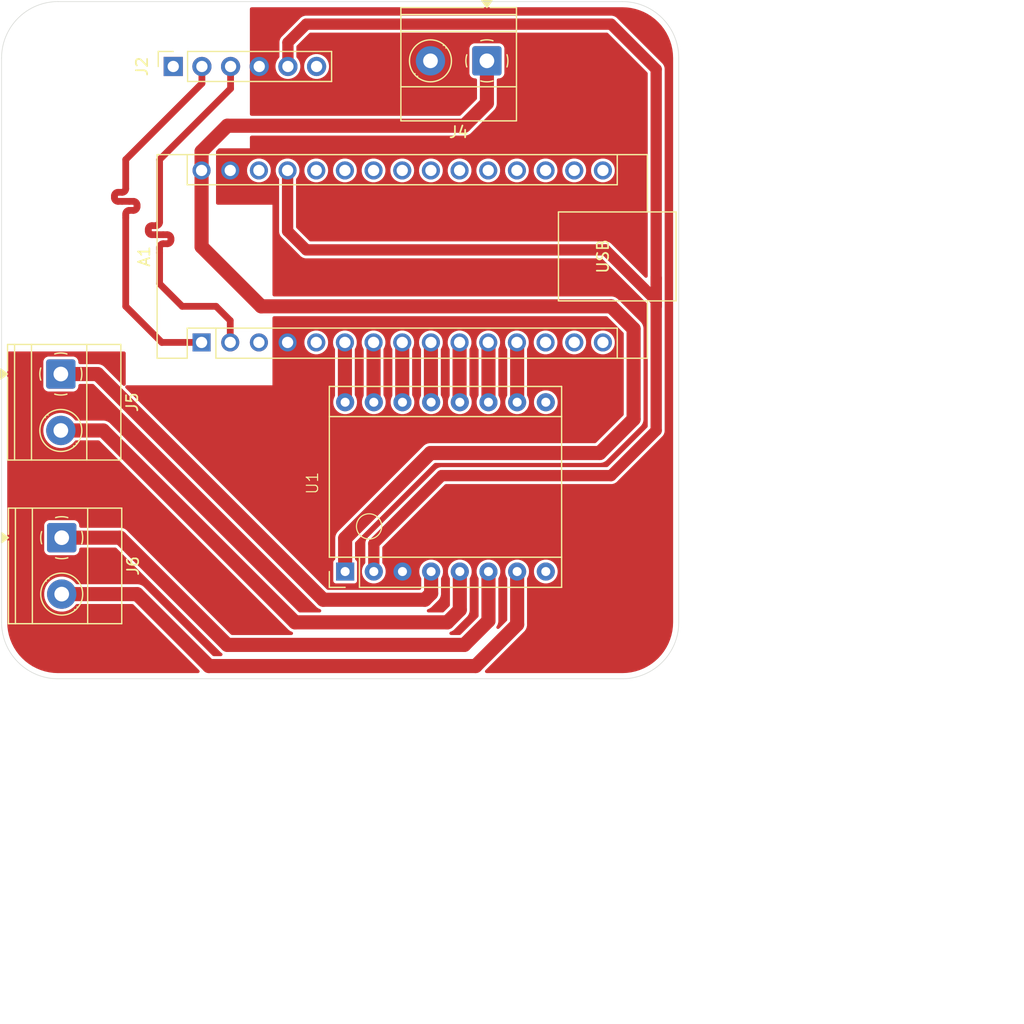
<source format=kicad_pcb>
(kicad_pcb (version 20241229) (generator "pcbnew") (generator_version "9.0")
  (layers (0 "F.Cu" signal) (2 "B.Cu" signal) (13 "F.Paste" user) (15 "B.Paste" user) (5 "F.SilkS" user "F.Silkscreen") (7 "B.SilkS" user "B.Silkscreen") (1 "F.Mask" user) (3 "B.Mask" user) (25 "Edge.Cuts" user))
  (net 0 "")
  (net 2 "/PWMA")
  (net 4 "/TXD")
  (net 5 "/AIN2")
  (net 11 "/RXD")
  (net 14 "VCC")
  (net 16 "/AIN1")
  (net 17 "+5V")
  (net 21 "/BIN2")
  (net 23 "/BIN1")
  (net 24 "GND")
  (net 27 "/PWMB")
  (net 29 "/STBY")
  (net 32 "/A01")
  (net 33 "/A02")
  (net 34 "/B01")
  (net 35 "/B02")
  (footprint "Footprints-soccer:TB6612_17.8x15" (layer "F.Cu") (at 189.06 93 90)
    (property "Reference" "U1" (at 0.335 -11.52 90) (layer "F.SilkS") (effects (font (thickness 0.1))))
    (property "Value" "TB6612")
    (fp_line (start 8.9 -10.02) (end -6.23 -10.02) (stroke (width 0.12)) (layer "F.SilkS"))
    (fp_line (start 6.23 -10.02) (end 6.23 10.56) (stroke (width 0.12)) (layer "F.SilkS"))
    (fp_line (start -6.23 -10.02) (end -6.23 -7.35) (stroke (width 0.12)) (layer "F.SilkS"))
    (fp_line (start -7.5 -10.02) (end -8.9 -10.02) (stroke (width 0.12)) (layer "F.SilkS"))
    (fp_line (start -8.9 -10.02) (end -8.9 -8.62) (stroke (width 0.12)) (layer "F.SilkS"))
    (fp_line (start -6.23 -7.35) (end -8.9 -7.35) (stroke (width 0.12)) (layer "F.SilkS"))
    (fp_line (start -6.23 -7.35) (end -6.23 10.56) (stroke (width 0.12)) (layer "F.SilkS"))
    (fp_line (start -8.9 -7.35) (end -8.9 10.56) (stroke (width 0.12)) (layer "F.SilkS"))
    (fp_line (start 8.9 10.56) (end 8.9 -10.02) (stroke (width 0.12)) (layer "F.SilkS"))
    (fp_line (start -8.9 10.56) (end 8.9 10.56) (stroke (width 0.12)) (layer "F.SilkS"))
    (fp_circle (center -3.5 -6.5) (end -3 -5.5) (stroke (width 0.1)) (fill no) (layer "F.SilkS"))
    (pad "1" thru_hole rect (at -7.5 -8.62 90) (size 1.6 1.6) (drill 0.8) (layers "*.Cu" "*.Mask") (net 14 "VCC"))
    (pad "2" thru_hole oval (at -7.5 -6.08 90) (size 1.6 1.6) (drill 0.8) (layers "*.Cu" "*.Mask") (net 17 "+5V"))
    (pad "3" thru_hole oval (at -7.5 -3.54 90) (size 1.6 1.6) (drill 0.8) (layers "*.Cu" "*.Mask") (net 24 "GND"))
    (pad "4" thru_hole oval (at -7.5 -1 90) (size 1.6 1.6) (drill 0.8) (layers "*.Cu" "*.Mask") (net 32 "/A01"))
    (pad "5" thru_hole oval (at -7.5 1.54 90) (size 1.6 1.6) (drill 0.8) (layers "*.Cu" "*.Mask") (net 33 "/A02"))
    (pad "6" thru_hole oval (at -7.5 4.08 90) (size 1.6 1.6) (drill 0.8) (layers "*.Cu" "*.Mask") (net 34 "/B01"))
    (pad "7" thru_hole oval (at -7.5 6.62 90) (size 1.6 1.6) (drill 0.8) (layers "*.Cu" "*.Mask") (net 35 "/B02"))
    (pad "8" thru_hole oval (at -7.5 9.16 90) (size 1.6 1.6) (drill 0.8) (layers "*.Cu" "*.Mask"))
    (pad "9" thru_hole oval (at 7.5 -8.62 90) (size 1.6 1.6) (drill 0.8) (layers "*.Cu" "*.Mask") (net 2 "/PWMA"))
    (pad "10" thru_hole oval (at 7.5 -6.08 90) (size 1.6 1.6) (drill 0.8) (layers "*.Cu" "*.Mask") (net 5 "/AIN2"))
    (pad "11" thru_hole oval (at 7.5 -3.54 90) (size 1.6 1.6) (drill 0.8) (layers "*.Cu" "*.Mask") (net 16 "/AIN1"))
    (pad "12" thru_hole oval (at 7.5 -1 90) (size 1.6 1.6) (drill 0.8) (layers "*.Cu" "*.Mask") (net 29 "/STBY"))
    (pad "13" thru_hole oval (at 7.5 1.54 90) (size 1.6 1.6) (drill 0.8) (layers "*.Cu" "*.Mask") (net 23 "/BIN1"))
    (pad "14" thru_hole oval (at 7.5 4.08 90) (size 1.6 1.6) (drill 0.8) (layers "*.Cu" "*.Mask") (net 21 "/BIN2"))
    (pad "15" thru_hole oval (at 7.5 6.62 90) (size 1.6 1.6) (drill 0.8) (layers "*.Cu" "*.Mask") (net 27 "/PWMB"))
    (pad "16" thru_hole oval (at 7.5 9.16 90) (size 1.6 1.6) (drill 0.8) (layers "*.Cu" "*.Mask"))
  )
  (footprint "Connector_PinSocket_2.54mm:PinSocket_1x06_P2.54mm_Vertical" (layer "F.Cu") (at 165.21 55.75 90)
    (property "Reference" "J2" (at 0 -2.77 90) (layer "F.SilkS"))
    (property "Value" "Conn_01x06" (hide yes))
    (fp_line (start 1.33 -1.33) (end 1.33 0) (stroke (width 0.12)) (layer "F.SilkS"))
    (fp_line (start 0 -1.33) (end 1.33 -1.33) (stroke (width 0.12)) (layer "F.SilkS"))
    (fp_line (start 1.33 1.27) (end 1.33 14.03) (stroke (width 0.12)) (layer "F.SilkS"))
    (fp_line (start -1.33 1.27) (end 1.33 1.27) (stroke (width 0.12)) (layer "F.SilkS"))
    (fp_line (start -1.33 1.27) (end -1.33 14.03) (stroke (width 0.12)) (layer "F.SilkS"))
    (fp_line (start -1.33 14.03) (end 1.33 14.03) (stroke (width 0.12)) (layer "F.SilkS"))
    (pad "1" thru_hole rect (at 0 0 90) (size 1.7 1.7) (drill 1) (layers "*.Cu" "*.Mask"))
    (pad "2" thru_hole oval (at 0 2.54 90) (size 1.7 1.7) (drill 1) (layers "*.Cu" "*.Mask") (net 11 "/RXD"))
    (pad "3" thru_hole oval (at 0 5.08 90) (size 1.7 1.7) (drill 1) (layers "*.Cu" "*.Mask") (net 4 "/TXD"))
    (pad "4" thru_hole oval (at 0 7.62 90) (size 1.7 1.7) (drill 1) (layers "*.Cu" "*.Mask") (net 24 "GND"))
    (pad "5" thru_hole oval (at 0 10.16 90) (size 1.7 1.7) (drill 1) (layers "*.Cu" "*.Mask") (net 17 "+5V"))
    (pad "6" thru_hole oval (at 0 12.7 90) (size 1.7 1.7) (drill 1) (layers "*.Cu" "*.Mask"))
  )
  (footprint "TerminalBlock_Phoenix:TerminalBlock_Phoenix_MKDS-1,5-2_1x02_P5.00mm_Horizontal" (layer "F.Cu") (at 155.25 83 -90)
    (property "Reference" "J5" (at 2.5 -6.32 90) (layer "F.SilkS"))
    (property "Value" "Conn_01x02" (hide yes))
    (fp_line (start -2.62 4.72) (end -0.3 4.72) (stroke (width 0.12)) (layer "F.SilkS"))
    (fp_line (start 0.3 4.72) (end 7.62 4.72) (stroke (width 0.12)) (layer "F.SilkS"))
    (fp_line (start -2.62 4.1) (end 7.62 4.1) (stroke (width 0.12)) (layer "F.SilkS"))
    (fp_line (start -2.62 2.6) (end 7.62 2.6) (stroke (width 0.12)) (layer "F.SilkS"))
    (fp_line (start 3.86 1.367) (end 3.816 1.41) (stroke (width 0.12)) (layer "F.SilkS"))
    (fp_line (start 3.633 1.14) (end 3.589 1.183) (stroke (width 0.12)) (layer "F.SilkS"))
    (fp_line (start 6.411 -1.184) (end 6.367 -1.14) (stroke (width 0.12)) (layer "F.SilkS"))
    (fp_line (start 6.184 -1.411) (end 6.14 -1.367) (stroke (width 0.12)) (layer "F.SilkS"))
    (fp_line (start -2.62 -2.3) (end 7.62 -2.3) (stroke (width 0.12)) (layer "F.SilkS"))
    (fp_line (start -2.62 -5.32) (end -2.62 4.72) (stroke (width 0.12)) (layer "F.SilkS"))
    (fp_line (start -2.62 -5.32) (end 7.62 -5.32) (stroke (width 0.12)) (layer "F.SilkS"))
    (fp_line (start 7.62 -5.32) (end 7.62 4.72) (stroke (width 0.12)) (layer "F.SilkS"))
    (fp_arc (start 0.54 1.78) (mid 0.000355 1.860107) (end -0.539321 1.780206) (stroke (width 0.12)) (layer "F.SilkS"))
    (fp_arc (start -1.78 0.54) (mid -1.860107 0.000355) (end -1.780206 -0.539321) (stroke (width 0.12)) (layer "F.SilkS"))
    (fp_arc (start 1.78 -0.54) (mid 1.860107 -0.000355) (end 1.780206 0.539321) (stroke (width 0.12)) (layer "F.SilkS"))
    (fp_arc (start -0.54 -1.78) (mid -0.000355 -1.860107) (end 0.539321 -1.780206) (stroke (width 0.12)) (layer "F.SilkS"))
    (fp_circle (center 5 0) (end 6.86 0) (stroke (width 0.12)) (fill no) (layer "F.SilkS"))
    (fp_poly (pts (xy 0 4.72) (xy 0.44 5.33) (xy -0.44 5.33) (xy 0 4.72)) (stroke (width 0.12)) (fill yes) (layer "F.SilkS"))
    (pad "1" thru_hole roundrect (at 0 0 270) (size 2.6 2.6) (drill 1.3) (layers "*.Cu" "*.Mask") (roundrect_rratio 0.096154) (net 32 "/A01"))
    (pad "2" thru_hole circle (at 5 0 270) (size 2.6 2.6) (drill 1.3) (layers "*.Cu" "*.Mask") (net 33 "/A02"))
  )
  (footprint "TerminalBlock_Phoenix:TerminalBlock_Phoenix_MKDS-1,5-2_1x02_P5.00mm_Horizontal" (layer "F.Cu") (at 155.3275 97.5 -90)
    (property "Reference" "J6" (at 2.5 -6.32 90) (layer "F.SilkS"))
    (property "Value" "Conn_01x02" (hide yes))
    (fp_line (start -2.62 4.72) (end -0.3 4.72) (stroke (width 0.12)) (layer "F.SilkS"))
    (fp_line (start 0.3 4.72) (end 7.62 4.72) (stroke (width 0.12)) (layer "F.SilkS"))
    (fp_line (start -2.62 4.1) (end 7.62 4.1) (stroke (width 0.12)) (layer "F.SilkS"))
    (fp_line (start -2.62 2.6) (end 7.62 2.6) (stroke (width 0.12)) (layer "F.SilkS"))
    (fp_line (start 3.86 1.367) (end 3.816 1.41) (stroke (width 0.12)) (layer "F.SilkS"))
    (fp_line (start 3.633 1.14) (end 3.589 1.183) (stroke (width 0.12)) (layer "F.SilkS"))
    (fp_line (start 6.411 -1.184) (end 6.367 -1.14) (stroke (width 0.12)) (layer "F.SilkS"))
    (fp_line (start 6.184 -1.411) (end 6.14 -1.367) (stroke (width 0.12)) (layer "F.SilkS"))
    (fp_line (start -2.62 -2.3) (end 7.62 -2.3) (stroke (width 0.12)) (layer "F.SilkS"))
    (fp_line (start -2.62 -5.32) (end -2.62 4.72) (stroke (width 0.12)) (layer "F.SilkS"))
    (fp_line (start -2.62 -5.32) (end 7.62 -5.32) (stroke (width 0.12)) (layer "F.SilkS"))
    (fp_line (start 7.62 -5.32) (end 7.62 4.72) (stroke (width 0.12)) (layer "F.SilkS"))
    (fp_arc (start 0.54 1.78) (mid 0.000355 1.860107) (end -0.539321 1.780206) (stroke (width 0.12)) (layer "F.SilkS"))
    (fp_arc (start -1.78 0.54) (mid -1.860107 0.000355) (end -1.780206 -0.539321) (stroke (width 0.12)) (layer "F.SilkS"))
    (fp_arc (start 1.78 -0.54) (mid 1.860107 -0.000355) (end 1.780206 0.539321) (stroke (width 0.12)) (layer "F.SilkS"))
    (fp_arc (start -0.54 -1.78) (mid -0.000355 -1.860107) (end 0.539321 -1.780206) (stroke (width 0.12)) (layer "F.SilkS"))
    (fp_circle (center 5 0) (end 6.86 0) (stroke (width 0.12)) (fill no) (layer "F.SilkS"))
    (fp_poly (pts (xy 0 4.72) (xy 0.44 5.33) (xy -0.44 5.33) (xy 0 4.72)) (stroke (width 0.12)) (fill yes) (layer "F.SilkS"))
    (pad "1" thru_hole roundrect (at 0 0 270) (size 2.6 2.6) (drill 1.3) (layers "*.Cu" "*.Mask") (roundrect_rratio 0.096154) (net 34 "/B01"))
    (pad "2" thru_hole circle (at 5 0 270) (size 2.6 2.6) (drill 1.3) (layers "*.Cu" "*.Mask") (net 35 "/B02"))
  )
  (footprint "TerminalBlock_Phoenix:TerminalBlock_Phoenix_MKDS-1,5-2_1x02_P5.00mm_Horizontal" (layer "F.Cu") (at 193 55.25 180)
    (property "Reference" "J4" (at 2.5 -6.32 0) (layer "F.SilkS"))
    (property "Value" "Conn_01x02" (hide yes))
    (fp_line (start 7.62 -5.32) (end 7.62 4.72) (stroke (width 0.12)) (layer "F.SilkS"))
    (fp_line (start 6.411 -1.184) (end 6.367 -1.14) (stroke (width 0.12)) (layer "F.SilkS"))
    (fp_line (start 6.184 -1.411) (end 6.14 -1.367) (stroke (width 0.12)) (layer "F.SilkS"))
    (fp_line (start 3.86 1.367) (end 3.816 1.41) (stroke (width 0.12)) (layer "F.SilkS"))
    (fp_line (start 3.633 1.14) (end 3.589 1.183) (stroke (width 0.12)) (layer "F.SilkS"))
    (fp_line (start 0.3 4.72) (end 7.62 4.72) (stroke (width 0.12)) (layer "F.SilkS"))
    (fp_line (start -2.62 4.72) (end -0.3 4.72) (stroke (width 0.12)) (layer "F.SilkS"))
    (fp_line (start -2.62 4.1) (end 7.62 4.1) (stroke (width 0.12)) (layer "F.SilkS"))
    (fp_line (start -2.62 2.6) (end 7.62 2.6) (stroke (width 0.12)) (layer "F.SilkS"))
    (fp_line (start -2.62 -2.3) (end 7.62 -2.3) (stroke (width 0.12)) (layer "F.SilkS"))
    (fp_line (start -2.62 -5.32) (end 7.62 -5.32) (stroke (width 0.12)) (layer "F.SilkS"))
    (fp_line (start -2.62 -5.32) (end -2.62 4.72) (stroke (width 0.12)) (layer "F.SilkS"))
    (fp_arc (start 1.78 -0.54) (mid 1.860107 -0.000355) (end 1.780206 0.539321) (stroke (width 0.12)) (layer "F.SilkS"))
    (fp_arc (start 0.54 1.78) (mid 0.000355 1.860107) (end -0.539321 1.780206) (stroke (width 0.12)) (layer "F.SilkS"))
    (fp_arc (start -0.54 -1.78) (mid -0.000355 -1.860107) (end 0.539321 -1.780206) (stroke (width 0.12)) (layer "F.SilkS"))
    (fp_arc (start -1.78 0.54) (mid -1.860107 0.000355) (end -1.780206 -0.539321) (stroke (width 0.12)) (layer "F.SilkS"))
    (fp_circle (center 5 0) (end 6.86 0) (stroke (width 0.12)) (fill no) (layer "F.SilkS"))
    (fp_poly (pts (xy 0 4.72) (xy 0.44 5.33) (xy -0.44 5.33) (xy 0 4.72)) (stroke (width 0.12)) (fill yes) (layer "F.SilkS"))
    (pad "1" thru_hole roundrect (at 0 0 180) (size 2.6 2.6) (drill 1.3) (layers "*.Cu" "*.Mask") (roundrect_rratio 0.096154) (net 14 "VCC"))
    (pad "2" thru_hole circle (at 5 0 180) (size 2.6 2.6) (drill 1.3) (layers "*.Cu" "*.Mask") (net 24 "GND"))
  )
  (footprint "Module:Arduino_Nano" (layer "F.Cu") (at 167.72 80.2 90)
    (property "Reference" "A1" (at 7.62 -5.08 90) (layer "F.SilkS"))
    (property "Value" "Arduino_Nano_v3.x")
    (fp_line (start 16.64 -3.94) (end -1.4 -3.94) (stroke (width 0.12)) (layer "F.SilkS"))
    (fp_line (start -1.4 -3.94) (end -1.4 -1.27) (stroke (width 0.12)) (layer "F.SilkS"))
    (fp_line (start 13.97 -1.27) (end 16.64 -1.27) (stroke (width 0.12)) (layer "F.SilkS"))
    (fp_line (start 13.97 -1.27) (end 13.97 36.83) (stroke (width 0.12)) (layer "F.SilkS"))
    (fp_line (start 1.27 -1.27) (end -1.4 -1.27) (stroke (width 0.12)) (layer "F.SilkS"))
    (fp_line (start 1.27 1.27) (end 1.27 -1.27) (stroke (width 0.12)) (layer "F.SilkS"))
    (fp_line (start 1.27 1.27) (end -1.4 1.27) (stroke (width 0.12)) (layer "F.SilkS"))
    (fp_line (start 1.27 1.27) (end 1.27 36.83) (stroke (width 0.12)) (layer "F.SilkS"))
    (fp_line (start -1.4 1.27) (end -1.4 39.5) (stroke (width 0.12)) (layer "F.SilkS"))
    (fp_line (start 11.56 31.62) (end 11.56 42.04) (stroke (width 0.12)) (layer "F.SilkS"))
    (fp_line (start 3.68 31.62) (end 11.56 31.62) (stroke (width 0.12)) (layer "F.SilkS"))
    (fp_line (start 13.97 36.83) (end 16.64 36.83) (stroke (width 0.12)) (layer "F.SilkS"))
    (fp_line (start 1.27 36.83) (end -1.4 36.83) (stroke (width 0.12)) (layer "F.SilkS"))
    (fp_line (start 16.64 39.5) (end 16.64 -3.94) (stroke (width 0.12)) (layer "F.SilkS"))
    (fp_line (start 16.64 39.5) (end 11.56 39.5) (stroke (width 0.12)) (layer "F.SilkS"))
    (fp_line (start -1.4 39.5) (end 3.68 39.5) (stroke (width 0.12)) (layer "F.SilkS"))
    (fp_line (start 11.56 42.04) (end 3.68 42.04) (stroke (width 0.12)) (layer "F.SilkS"))
    (fp_line (start 3.68 42.04) (end 3.68 31.62) (stroke (width 0.12)) (layer "F.SilkS"))
    (fp_text user "USB" (at 7.62 35.56 90) (layer "F.SilkS"))
    (pad "1" thru_hole rect (at 0 0 90) (size 1.6 1.6) (drill 1) (layers "*.Cu" "*.Mask") (net 11 "/RXD"))
    (pad "2" thru_hole oval (at 0 2.54 90) (size 1.6 1.6) (drill 1) (layers "*.Cu" "*.Mask") (net 4 "/TXD"))
    (pad "3" thru_hole oval (at 0 5.08 90) (size 1.6 1.6) (drill 1) (layers "*.Cu" "*.Mask"))
    (pad "4" thru_hole oval (at 0 7.62 90) (size 1.6 1.6) (drill 1) (layers "*.Cu" "*.Mask") (net 24 "GND"))
    (pad "5" thru_hole oval (at 0 10.16 90) (size 1.6 1.6) (drill 1) (layers "*.Cu" "*.Mask"))
    (pad "6" thru_hole oval (at 0 12.7 90) (size 1.6 1.6) (drill 1) (layers "*.Cu" "*.Mask") (net 2 "/PWMA"))
    (pad "7" thru_hole oval (at 0 15.24 90) (size 1.6 1.6) (drill 1) (layers "*.Cu" "*.Mask") (net 5 "/AIN2"))
    (pad "8" thru_hole oval (at 0 17.78 90) (size 1.6 1.6) (drill 1) (layers "*.Cu" "*.Mask") (net 16 "/AIN1"))
    (pad "9" thru_hole oval (at 0 20.32 90) (size 1.6 1.6) (drill 1) (layers "*.Cu" "*.Mask") (net 29 "/STBY"))
    (pad "10" thru_hole oval (at 0 22.86 90) (size 1.6 1.6) (drill 1) (layers "*.Cu" "*.Mask") (net 23 "/BIN1"))
    (pad "11" thru_hole oval (at 0 25.4 90) (size 1.6 1.6) (drill 1) (layers "*.Cu" "*.Mask") (net 21 "/BIN2"))
    (pad "12" thru_hole oval (at 0 27.94 90) (size 1.6 1.6) (drill 1) (layers "*.Cu" "*.Mask") (net 27 "/PWMB"))
    (pad "13" thru_hole oval (at 0 30.48 90) (size 1.6 1.6) (drill 1) (layers "*.Cu" "*.Mask"))
    (pad "14" thru_hole oval (at 0 33.02 90) (size 1.6 1.6) (drill 1) (layers "*.Cu" "*.Mask"))
    (pad "15" thru_hole oval (at 0 35.56 90) (size 1.6 1.6) (drill 1) (layers "*.Cu" "*.Mask"))
    (pad "16" thru_hole oval (at 15.24 35.56 90) (size 1.6 1.6) (drill 1) (layers "*.Cu" "*.Mask"))
    (pad "17" thru_hole oval (at 15.24 33.02 90) (size 1.6 1.6) (drill 1) (layers "*.Cu" "*.Mask"))
    (pad "18" thru_hole oval (at 15.24 30.48 90) (size 1.6 1.6) (drill 1) (layers "*.Cu" "*.Mask"))
    (pad "19" thru_hole oval (at 15.24 27.94 90) (size 1.6 1.6) (drill 1) (layers "*.Cu" "*.Mask"))
    (pad "20" thru_hole oval (at 15.24 25.4 90) (size 1.6 1.6) (drill 1) (layers "*.Cu" "*.Mask"))
    (pad "21" thru_hole oval (at 15.24 22.86 90) (size 1.6 1.6) (drill 1) (layers "*.Cu" "*.Mask"))
    (pad "22" thru_hole oval (at 15.24 20.32 90) (size 1.6 1.6) (drill 1) (layers "*.Cu" "*.Mask"))
    (pad "23" thru_hole oval (at 15.24 17.78 90) (size 1.6 1.6) (drill 1) (layers "*.Cu" "*.Mask"))
    (pad "24" thru_hole oval (at 15.24 15.24 90) (size 1.6 1.6) (drill 1) (layers "*.Cu" "*.Mask"))
    (pad "25" thru_hole oval (at 15.24 12.7 90) (size 1.6 1.6) (drill 1) (layers "*.Cu" "*.Mask"))
    (pad "26" thru_hole oval (at 15.24 10.16 90) (size 1.6 1.6) (drill 1) (layers "*.Cu" "*.Mask"))
    (pad "27" thru_hole oval (at 15.24 7.62 90) (size 1.6 1.6) (drill 1) (layers "*.Cu" "*.Mask") (net 17 "+5V"))
    (pad "28" thru_hole oval (at 15.24 5.08 90) (size 1.6 1.6) (drill 1) (layers "*.Cu" "*.Mask"))
    (pad "29" thru_hole oval (at 15.24 2.54 90) (size 1.6 1.6) (drill 1) (layers "*.Cu" "*.Mask") (net 24 "GND"))
    (pad "30" thru_hole oval (at 15.24 0 90) (size 1.6 1.6) (drill 1) (layers "*.Cu" "*.Mask") (net 14 "VCC"))
  )
  (gr_line (start 205 110) (end 155 110) (stroke (width 0.05)) (layer "Edge.Cuts"))
  (gr_line (start 210 55) (end 210 105) (stroke (width 0.05)) (layer "Edge.Cuts"))
  (gr_arc (start 210 105) (mid 208.535534 108.535534) (end 205 110) (stroke (width 0.05)) (layer "Edge.Cuts"))
  (gr_arc (start 205 50) (mid 208.535534 51.464466) (end 210 55) (stroke (width 0.05)) (layer "Edge.Cuts"))
  (gr_arc (start 155 110) (mid 151.464466 108.535534) (end 150 105) (stroke (width 0.05)) (layer "Edge.Cuts"))
  (gr_line (start 150 105) (end 150 55) (stroke (width 0.05)) (layer "Edge.Cuts"))
  (gr_arc (start 150 55) (mid 151.464466 51.464466) (end 155 50) (stroke (width 0.05)) (layer "Edge.Cuts"))
  (gr_line (start 155 50) (end 205 50) (stroke (width 0.05)) (layer "Edge.Cuts"))
  (segment (start 180.42 85.48) (end 180.44 85.5) (width 1.25) (layer "F.Cu") (net 2))
  (segment (start 180.44 80.29) (end 180.35 80.2) (width 1) (layer "F.Cu") (net 2))
  (segment (start 180.42 80.2) (end 180.42 85.48) (width 1.25) (layer "F.Cu") (net 2))
  (segment (start 180.44 80.3) (end 180.54 80.2) (width 1) (layer "F.Cu") (net 2))
  (segment (start 170.29 57.71) (end 164 64) (width 0.6) (layer "F.Cu") (net 4))
  (segment (start 169 77) (end 170.26 78.26) (width 0.6) (layer "F.Cu") (net 4))
  (segment (start 163.32 70.654352) (end 163.68 70.654352) (width 0.6) (layer "F.Cu") (net 4))
  (segment (start 164.32 70.654352) (end 164.68 70.654352) (width 0.6) (layer "F.Cu") (net 4))
  (segment (start 170.29 55.75) (end 170.29 57.71) (width 0.6) (layer "F.Cu") (net 4))
  (segment (start 165 70.974352) (end 165 71.134352) (width 0.6) (layer "F.Cu") (net 4))
  (segment (start 163.68 69.854352) (end 163.32 69.854352) (width 0.6) (layer "F.Cu") (net 4))
  (segment (start 164 75) (end 166 77) (width 0.6) (layer "F.Cu") (net 4))
  (segment (start 164 72.248162) (end 164 75) (width 0.6) (layer "F.Cu") (net 4))
  (segment (start 164 71.774352) (end 164 71.934352) (width 0.6) (layer "F.Cu") (net 4))
  (segment (start 164 64) (end 164 69.534352) (width 0.6) (layer "F.Cu") (net 4))
  (segment (start 164.68 71.454352) (end 164.32 71.454352) (width 0.6) (layer "F.Cu") (net 4))
  (segment (start 163.68 70.654352) (end 164.32 70.654352) (width 0.6) (layer "F.Cu") (net 4))
  (segment (start 164 71.934352) (end 164 72.248162) (width 0.6) (layer "F.Cu") (net 4))
  (segment (start 166 77) (end 169 77) (width 0.6) (layer "F.Cu") (net 4))
  (segment (start 163 70.174352) (end 163 70.334352) (width 0.6) (layer "F.Cu") (net 4))
  (segment (start 170.26 78.26) (end 170.26 80.2) (width 0.6) (layer "F.Cu") (net 4))
  (arc (start 164.32 71.454352) (mid 164.093726 71.548078) (end 164 71.774352) (width 0.6) (layer "F.Cu") (net 4))
  (arc (start 164.68 70.654352) (mid 164.906274 70.748078) (end 165 70.974352) (width 0.6) (layer "F.Cu") (net 4))
  (arc (start 163.32 69.854352) (mid 163.093726 69.948078) (end 163 70.174352) (width 0.6) (layer "F.Cu") (net 4))
  (arc (start 164 69.534352) (mid 163.906274 69.760626) (end 163.68 69.854352) (width 0.6) (layer "F.Cu") (net 4))
  (arc (start 165 71.134352) (mid 164.906274 71.360626) (end 164.68 71.454352) (width 0.6) (layer "F.Cu") (net 4))
  (arc (start 163 70.334352) (mid 163.093726 70.560626) (end 163.32 70.654352) (width 0.6) (layer "F.Cu") (net 4))
  (segment (start 182.98 80.3) (end 183.08 80.2) (width 1) (layer "F.Cu") (net 5))
  (segment (start 182.96 80.2) (end 182.96 85.48) (width 1.25) (layer "F.Cu") (net 5))
  (segment (start 182.96 85.48) (end 182.98 85.5) (width 1.25) (layer "F.Cu") (net 5))
  (segment (start 167.75 55.75) (end 167.75 57.25) (width 0.6) (layer "F.Cu") (net 11))
  (segment (start 164.2 80.2) (end 167.72 80.2) (width 0.6) (layer "F.Cu") (net 11))
  (segment (start 160.68 66.900077) (end 160.32 66.900077) (width 0.6) (layer "F.Cu") (net 11))
  (segment (start 162 68.020077) (end 162 68.180077) (width 0.6) (layer "F.Cu") (net 11))
  (segment (start 161.68 68.500077) (end 161.32 68.500077) (width 0.6) (layer "F.Cu") (net 11))
  (segment (start 167.75 57.25) (end 161 64) (width 0.6) (layer "F.Cu") (net 11))
  (segment (start 161.32 67.700077) (end 161.68 67.700077) (width 0.6) (layer "F.Cu") (net 11))
  (segment (start 160.32 67.700077) (end 160.68 67.700077) (width 0.6) (layer "F.Cu") (net 11))
  (segment (start 160 67.220077) (end 160 67.380077) (width 0.6) (layer "F.Cu") (net 11))
  (segment (start 161 77) (end 164.2 80.2) (width 0.6) (layer "F.Cu") (net 11))
  (segment (start 161 64) (end 161 66.580077) (width 0.6) (layer "F.Cu") (net 11))
  (segment (start 160.68 67.700077) (end 161.32 67.700077) (width 0.6) (layer "F.Cu") (net 11))
  (segment (start 161 69.156479) (end 161 77) (width 0.6) (layer "F.Cu") (net 11))
  (segment (start 161 68.820077) (end 161 68.980077) (width 0.6) (layer "F.Cu") (net 11))
  (segment (start 161 68.980077) (end 161 69.156479) (width 0.6) (layer "F.Cu") (net 11))
  (arc (start 161.32 68.500077) (mid 161.093726 68.593803) (end 161 68.820077) (width 0.6) (layer "F.Cu") (net 11))
  (arc (start 160 67.380077) (mid 160.093726 67.606351) (end 160.32 67.700077) (width 0.6) (layer "F.Cu") (net 11))
  (arc (start 162 68.180077) (mid 161.906274 68.406351) (end 161.68 68.500077) (width 0.6) (layer "F.Cu") (net 11))
  (arc (start 160.32 66.900077) (mid 160.093726 66.993803) (end 160 67.220077) (width 0.6) (layer "F.Cu") (net 11))
  (arc (start 161.68 67.700077) (mid 161.906274 67.793803) (end 162 68.020077) (width 0.6) (layer "F.Cu") (net 11))
  (arc (start 161 66.580077) (mid 160.906274 66.806351) (end 160.68 66.900077) (width 0.6) (layer "F.Cu") (net 11))
  (segment (start 180.44 97.56) (end 180.44 100.5) (width 1.25) (layer "F.Cu") (net 14))
  (segment (start 167.72 63.28) (end 167.72 64.96) (width 1.25) (layer "F.Cu") (net 14))
  (segment (start 167.72 64.96) (end 167.72 71.72) (width 1.25) (layer "F.Cu") (net 14))
  (segment (start 173 77) (end 204 77) (width 1.25) (layer "F.Cu") (net 14))
  (segment (start 191 61) (end 170 61) (width 1.25) (layer "F.Cu") (net 14))
  (segment (start 167.72 71.72) (end 173 77) (width 1.25) (layer "F.Cu") (net 14))
  (segment (start 204 77) (end 206 79) (width 1.25) (layer "F.Cu") (net 14))
  (segment (start 193 55.25) (end 193 59) (width 1.25) (layer "F.Cu") (net 14))
  (segment (start 170 61) (end 167.72 63.28) (width 1.25) (layer "F.Cu") (net 14))
  (segment (start 193 59) (end 191 61) (width 1.25) (layer "F.Cu") (net 14))
  (segment (start 206 79) (end 206 87) (width 1.25) (layer "F.Cu") (net 14))
  (segment (start 206 87) (end 203 90) (width 1.25) (layer "F.Cu") (net 14))
  (segment (start 203 90) (end 188 90) (width 1.25) (layer "F.Cu") (net 14))
  (segment (start 188 90) (end 180.44 97.56) (width 1.25) (layer "F.Cu") (net 14))
  (segment (start 185.5 80.2) (end 185.5 85.48) (width 1.25) (layer "F.Cu") (net 16))
  (segment (start 185.52 80.3) (end 185.62 80.2) (width 1) (layer "F.Cu") (net 16))
  (segment (start 185.5 85.48) (end 185.52 85.5) (width 1.25) (layer "F.Cu") (net 16))
  (segment (start 208 76.5) (end 203.5 72) (width 1) (layer "F.Cu") (net 17))
  (segment (start 208 56) (end 208 74.5) (width 1) (layer "F.Cu") (net 17))
  (segment (start 208 74.5) (end 208 77) (width 1) (layer "F.Cu") (net 17))
  (segment (start 189 92) (end 204 92) (width 1) (layer "F.Cu") (net 17))
  (segment (start 177 52) (end 204 52) (width 1) (layer "F.Cu") (net 17))
  (segment (start 208 77) (end 208 76.5) (width 1) (layer "F.Cu") (net 17))
  (segment (start 175.37 53.63) (end 177 52) (width 1) (layer "F.Cu") (net 17))
  (segment (start 204 52) (end 208 56) (width 1) (layer "F.Cu") (net 17))
  (segment (start 175.34 70.34) (end 175.34 64.96) (width 1) (layer "F.Cu") (net 17))
  (segment (start 208 88) (end 208 74.5) (width 1) (layer "F.Cu") (net 17))
  (segment (start 182.98 100.5) (end 182.98 98.02) (width 1) (layer "F.Cu") (net 17))
  (segment (start 203.5 72) (end 177 72) (width 1) (layer "F.Cu") (net 17))
  (segment (start 182.98 98.02) (end 189 92) (width 1) (layer "F.Cu") (net 17))
  (segment (start 204 92) (end 208 88) (width 1) (layer "F.Cu") (net 17))
  (segment (start 175.37 55.75) (end 175.37 53.63) (width 1) (layer "F.Cu") (net 17))
  (segment (start 177 72) (end 175.34 70.34) (width 1) (layer "F.Cu") (net 17))
  (segment (start 193.14 80.22) (end 193.12 80.2) (width 1.25) (layer "F.Cu") (net 21))
  (segment (start 193.14 85.5) (end 193.14 80.22) (width 1.25) (layer "F.Cu") (net 21))
  (segment (start 193.14 80.3) (end 193.24 80.2) (width 1) (layer "F.Cu") (net 21))
  (segment (start 190.58 85.48) (end 190.6 85.5) (width 1.25) (layer "F.Cu") (net 23))
  (segment (start 190.58 80.2) (end 190.58 85.48) (width 1.25) (layer "F.Cu") (net 23))
  (segment (start 190.6 80.3) (end 190.7 80.2) (width 1) (layer "F.Cu") (net 23))
  (segment (start 195.68 80.22) (end 195.66 80.2) (width 1.25) (layer "F.Cu") (net 27))
  (segment (start 195.68 85.5) (end 195.68 80.22) (width 1.25) (layer "F.Cu") (net 27))
  (segment (start 195.68 80.3) (end 195.78 80.2) (width 1) (layer "F.Cu") (net 27))
  (segment (start 188.06 80.3) (end 188.16 80.2) (width 1) (layer "F.Cu") (net 29))
  (segment (start 188.04 85.48) (end 188.06 85.5) (width 1.25) (layer "F.Cu") (net 29))
  (segment (start 188.04 80.2) (end 188.04 85.48) (width 1.25) (layer "F.Cu") (net 29))
  (segment (start 187.5 103) (end 178.5 103) (width 1.25) (layer "F.Cu") (net 32))
  (segment (start 188.06 100.5) (end 188.06 102.44) (width 1.25) (layer "F.Cu") (net 32))
  (segment (start 188.06 102.44) (end 187.5 103) (width 1.25) (layer "F.Cu") (net 32))
  (segment (start 178.5 103) (end 158.5 83) (width 1.25) (layer "F.Cu") (net 32))
  (segment (start 158.5 83) (end 155.25 83) (width 1.25) (layer "F.Cu") (net 32))
  (segment (start 189.5 105) (end 190.6 103.9) (width 1.25) (layer "F.Cu") (net 33))
  (segment (start 159 88) (end 176 105) (width 1.25) (layer "F.Cu") (net 33))
  (segment (start 155.25 88) (end 159 88) (width 1.25) (layer "F.Cu") (net 33))
  (segment (start 190.6 103.9) (end 190.6 100.5) (width 1.25) (layer "F.Cu") (net 33))
  (segment (start 176 105) (end 189.5 105) (width 1.25) (layer "F.Cu") (net 33))
  (segment (start 160.5 97.5) (end 170 107) (width 1.25) (layer "F.Cu") (net 34))
  (segment (start 155.3275 97.5) (end 160.5 97.5) (width 1.25) (layer "F.Cu") (net 34))
  (segment (start 191 107) (end 193.14 104.86) (width 1.25) (layer "F.Cu") (net 34))
  (segment (start 193.14 104.86) (end 193.14 100.5) (width 1.25) (layer "F.Cu") (net 34))
  (segment (start 170 107) (end 191 107) (width 1.25) (layer "F.Cu") (net 34))
  (segment (start 192 108.874) (end 195.68 105.194) (width 1.25) (layer "F.Cu") (net 35))
  (segment (start 195.68 105.194) (end 195.68 100.5) (width 1.25) (layer "F.Cu") (net 35))
  (segment (start 168.374 108.874) (end 192 108.874) (width 1.25) (layer "F.Cu") (net 35))
  (segment (start 155.3275 102.5) (end 162 102.5) (width 1.25) (layer "F.Cu") (net 35))
  (segment (start 162 102.5) (end 168.374 108.874) (width 1.25) (layer "F.Cu") (net 35))
  (zone (net 24) (net_name "GND") (layer "F.Cu") (name "GND") (connect_pads yes (clearance 0.25)) (min_thickness 0.3) (fill yes (thermal_gap 0.5) (thermal_bridge_width 0.5) (island_removal_mode 1) (island_area_min 10))
    (polygon (pts (xy 210 50) (xy 210 110) (xy 150 110) (xy 150 81) (xy 161 81) (xy 161 84) (xy 174 84) (xy 174 68) (xy 169 68) (xy 169 63) (xy 172 63) (xy 172 50)))
  )
)
</source>
